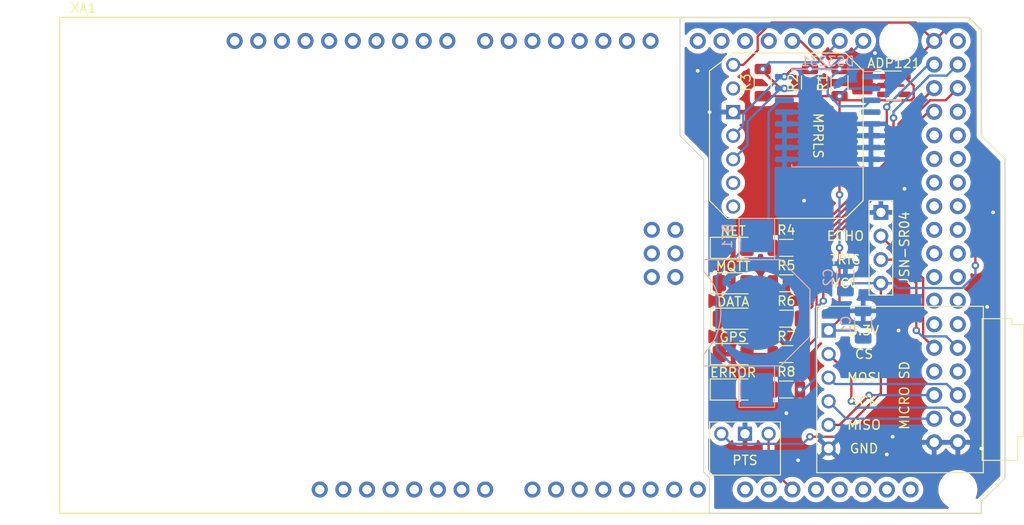
<source format=kicad_pcb>
(kicad_pcb (version 20211014) (generator pcbnew)
  (layers (0 "F.Cu" signal) (31 "B.Cu" signal) (34 "B.Paste" user) (35 "F.Paste" user) (36 "B.SilkS" user "B.Silkscreen") (37 "F.SilkS" user "F.Silkscreen") (38 "B.Mask" user) (39 "F.Mask" user) (44 "Edge.Cuts" user))
  (net 0 "")
  (net 1 "Net-(BT1-Pad1)")
  (net 2 "GND")
  (net 3 "Net-(D1-Pad2)")
  (net 4 "Net-(D2-Pad2)")
  (net 5 "Net-(D3-Pad2)")
  (net 6 "Net-(D4-Pad2)")
  (net 7 "Net-(D5-Pad2)")
  (net 8 "Net-(Micro_SD1-Pad4)")
  (net 9 "Net-(Micro_SD1-Pad3)")
  (net 10 "Net-(Micro_SD1-Pad1)")
  (net 11 "Net-(Micro_SD1-Pad2)")
  (net 12 "Net-(Micro_SD1-Pad5)")
  (net 13 "Net-(U2-Pad3)")
  (net 14 "Net-(R2-Pad2)")
  (net 15 "Net-(R3-Pad2)")
  (net 16 "Net-(R4-Pad1)")
  (net 17 "Net-(R5-Pad1)")
  (net 18 "Net-(R6-Pad1)")
  (net 19 "Net-(R7-Pad1)")
  (net 20 "Net-(R8-Pad1)")
  (net 21 "Net-(U1-Pad1)")
  (net 22 "Net-(U1-Pad3)")
  (net 29 "Net-(Ultrasonic_sensor1-Pad2)")
  (net 30 "Net-(Ultrasonic_sensor1-Pad3)")
  (footprint "Resistor_SMD:R_1206_3216Metric" (layer "F.Cu") (at 175.895 66.04 90)
    (fp_text reference "R2" (at 0 -1.82 90) (layer "F.SilkS"))
    (fp_text value "R")
    (fp_line (start -0.727064 -0.91) (end 0.727064 -0.91) (layer "F.SilkS") (width 0.12))
    (fp_line (start -0.727064 0.91) (end 0.727064 0.91) (layer "F.SilkS") (width 0.12))
    (pad "1" smd roundrect (at -1.4625 0 90) (size 1.125 1.75) (layers "F.Cu" "F.Paste" "F.Mask") (roundrect_rratio 0.2222222222) (net 10 "Net-(Micro_SD1-Pad1)"))
    (pad "2" smd roundrect (at 1.4625 0 90) (size 1.125 1.75) (layers "F.Cu" "F.Paste" "F.Mask") (roundrect_rratio 0.2222222222) (net 14 "Net-(R2-Pad2)"))
  )
  (footprint "LED_SMD:LED_1206_3216Metric_Pad1.42x1.75mm_HandSolder" (layer "F.Cu") (at 167.64 99.06)
    (fp_text reference "ERROR" (at 0 -1.82) (layer "F.SilkS"))
    (fp_text value "LED")
    (fp_line (start -2.46 1.135) (end 1.6 1.135) (layer "F.SilkS") (width 0.12))
    (fp_line (start -2.46 -1.135) (end -2.46 1.135) (layer "F.SilkS") (width 0.12))
    (fp_line (start 1.6 -1.135) (end -2.46 -1.135) (layer "F.SilkS") (width 0.12))
    (pad "1" smd roundrect (at -1.4875 0) (size 1.425 1.75) (layers "F.Cu" "F.Paste" "F.Mask") (roundrect_rratio 0.1754392982) (net 2 "GND"))
    (pad "2" smd roundrect (at 1.4875 0) (size 1.425 1.75) (layers "F.Cu" "F.Paste" "F.Mask") (roundrect_rratio 0.1754392982) (net 7 "Net-(D5-Pad2)"))
  )
  (footprint "dhec:MPRLS" (layer "F.Cu") (at 167.64 71.755 -90)
    (fp_text reference "MPRLS" (at 0 -9.12 -90 unlocked) (layer "F.SilkS"))
    (fp_text value "MPRLS")
    (fp_line (start -8.89 -12.065) (end -6.985 -13.97) (layer "F.SilkS") (width 0.12))
    (fp_line (start 6.985 -13.97) (end 8.89 -12.065) (layer "F.SilkS") (width 0.12))
    (fp_line (start 8.89 0.635) (end 8.89 -12.065) (layer "F.SilkS") (width 0.12))
    (fp_line (start 6.985 -13.97) (end -6.985 -13.97) (layer "F.SilkS") (width 0.12))
    (fp_line (start -6.985 2.54) (end 6.985 2.54) (layer "F.SilkS") (width 0.12))
    (fp_line (start 8.89 0.635) (end 6.985 2.54) (layer "F.SilkS") (width 0.12))
    (fp_line (start -8.89 0) (end -8.89 -12.065) (layer "F.SilkS") (width 0.12))
    (fp_line (start -8.89 0) (end -6.985 2.54) (layer "F.SilkS") (width 0.12))
    (pad "1" thru_hole circle (at -7.62 0 270) (size 1.524 1.524) (drill 1) (layers *.Cu *.Mask) (net 21 "Net-(U1-Pad1)"))
    (pad "2" thru_hole circle (at -5.08 0 270) (size 1.524 1.524) (drill 1) (layers *.Cu *.Mask))
    (pad "3" thru_hole rect (at -2.54 0 270) (size 1.524 1.524) (drill 1) (layers *.Cu *.Mask) (net 2 "GND"))
    (pad "4" thru_hole circle (at 0 0 270) (size 1.524 1.524) (drill 1) (layers *.Cu *.Mask) (net 14 "Net-(R2-Pad2)"))
    (pad "5" thru_hole circle (at 2.54 0 270) (size 1.524 1.524) (drill 1) (layers *.Cu *.Mask) (net 15 "Net-(R3-Pad2)"))
    (pad "6" thru_hole circle (at 5.08 0 270) (size 1.524 1.524) (drill 1) (layers *.Cu *.Mask))
    (pad "7" thru_hole circle (at 7.62 0 270) (size 1.524 1.524) (drill 1) (layers *.Cu *.Mask))
  )
  (footprint "Resistor_SMD:R_1206_3216Metric" (layer "F.Cu") (at 173.355 91.44 180)
    (fp_text reference "R6" (at 0 1.905) (layer "F.SilkS"))
    (fp_text value "R")
    (fp_line (start -0.727064 0.91) (end 0.727064 0.91) (layer "F.SilkS") (width 0.12))
    (fp_line (start -0.727064 -0.91) (end 0.727064 -0.91) (layer "F.SilkS") (width 0.12))
    (pad "1" smd roundrect (at -1.4625 0 180) (size 1.125 1.75) (layers "F.Cu" "F.Paste" "F.Mask") (roundrect_rratio 0.2222222222) (net 18 "Net-(R6-Pad1)"))
    (pad "2" smd roundrect (at 1.4625 0 180) (size 1.125 1.75) (layers "F.Cu" "F.Paste" "F.Mask") (roundrect_rratio 0.2222222222) (net 5 "Net-(D3-Pad2)"))
  )
  (footprint "LED_SMD:LED_1206_3216Metric_Pad1.42x1.75mm_HandSolder" (layer "F.Cu") (at 167.64 83.82)
    (fp_text reference "NET" (at 0 -1.82) (layer "F.SilkS"))
    (fp_text value "LED")
    (fp_line (start -2.46 1.135) (end 1.6 1.135) (layer "F.SilkS") (width 0.12))
    (fp_line (start 1.6 -1.135) (end -2.46 -1.135) (layer "F.SilkS") (width 0.12))
    (fp_line (start -2.46 -1.135) (end -2.46 1.135) (layer "F.SilkS") (width 0.12))
    (pad "1" smd roundrect (at -1.4875 0) (size 1.425 1.75) (layers "F.Cu" "F.Paste" "F.Mask") (roundrect_rratio 0.1754392982) (net 2 "GND"))
    (pad "2" smd roundrect (at 1.4875 0) (size 1.425 1.75) (layers "F.Cu" "F.Paste" "F.Mask") (roundrect_rratio 0.1754392982) (net 3 "Net-(D1-Pad2)"))
  )
  (footprint "ARTS-lab:small_microSD_v2" (layer "F.Cu") (at 174.72 99.695 90)
    (fp_text reference "MICRO SD" (at 0 11.335 90) (layer "F.SilkS"))
    (fp_text value "microSD_small")
    (fp_text user "MISO" (at -3.175 6.985) (layer "F.SilkS"))
    (fp_text user "CS" (at 4.445 6.985) (layer "F.SilkS"))
    (fp_text user "3.3V" (at 6.985 6.985) (layer "F.SilkS"))
    (fp_text user "GND" (at -5.715 6.985) (layer "F.SilkS"))
    (fp_text user "SCK" (at -0.635 6.985) (layer "F.SilkS"))
    (fp_text user "MOSI" (at 1.905 6.985) (layer "F.SilkS"))
    (fp_line (start -8.315 1.905) (end -8.315 19.805) (layer "F.SilkS") (width 0.12))
    (fp_line (start -4.445 24.13) (end -4.445 23.495) (layer "F.SilkS") (width 0.12))
    (fp_line (start 7.62 22.86) (end 7.62 24.13) (layer "F.SilkS") (width 0.12))
    (fp_line (start 8.255 22.86) (end 7.62 22.86) (layer "F.SilkS") (width 0.12))
    (fp_line (start 9.585 1.905) (end 9.585 19.805) (layer "F.SilkS") (width 0.12))
    (fp_line (start 8.255 19.685) (end -6.985 19.685) (layer "F.SilkS") (width 0.12))
    (fp_line (start -4.445 23.495) (end -6.985 23.495) (layer "F.SilkS") (width 0.12))
    (fp_line (start 7.62 24.13) (end -4.445 24.13) (layer "F.SilkS") (width 0.12))
    (fp_line (start -6.985 19.685) (end -6.985 23.495) (layer "F.SilkS") (width 0.12))
    (fp_line (start 9.585 1.905) (end -8.315 1.905) (layer "F.SilkS") (width 0.12))
    (fp_line (start -8.315 19.805) (end 9.585 19.805) (layer "F.SilkS") (width 0.12))
    (fp_line (start 8.255 19.685) (end 8.255 22.86) (layer "F.SilkS") (width 0.12))
    (pad "1" thru_hole rect (at 6.985 3.175 90) (size 1.524 1.524) (drill 1) (layers *.Cu *.Mask) (net 10 "Net-(Micro_SD1-Pad1)"))
    (pad "2" thru_hole circle (at 4.445 3.175 90) (size 1.524 1.524) (drill 1) (layers *.Cu *.Mask) (net 11 "Net-(Micro_SD1-Pad2)"))
    (pad "3" thru_hole circle (at 1.905 3.175 90) (size 1.524 1.524) (drill 1) (layers *.Cu *.Mask) (net 9 "Net-(Micro_SD1-Pad3)"))
    (pad "4" thru_hole circle (at -0.635 3.175 90) (size 1.524 1.524) (drill 1) (layers *.Cu *.Mask) (net 8 "Net-(Micro_SD1-Pad4)"))
    (pad "5" thru_hole circle (at -3.175 3.175 90) (size 1.524 1.524) (drill 1) (layers *.Cu *.Mask) (net 12 "Net-(Micro_SD1-Pad5)"))
    (pad "6" thru_hole circle (at -5.715 3.175 90) (size 1.524 1.524) (drill 1) (layers *.Cu *.Mask) (net 2 "GND"))
  )
  (footprint "LED_SMD:LED_1206_3216Metric_Pad1.42x1.75mm_HandSolder" (layer "F.Cu") (at 167.64 91.44)
    (fp_text reference "DATA" (at 0 -1.82) (layer "F.SilkS"))
    (fp_text value "LED")
    (fp_line (start -2.46 -1.135) (end -2.46 1.135) (layer "F.SilkS") (width 0.12))
    (fp_line (start 1.6 -1.135) (end -2.46 -1.135) (layer "F.SilkS") (width 0.12))
    (fp_line (start -2.46 1.135) (end 1.6 1.135) (layer "F.SilkS") (width 0.12))
    (pad "1" smd roundrect (at -1.4875 0) (size 1.425 1.75) (layers "F.Cu" "F.Paste" "F.Mask") (roundrect_rratio 0.1754392982) (net 2 "GND"))
    (pad "2" smd roundrect (at 1.4875 0) (size 1.425 1.75) (layers "F.Cu" "F.Paste" "F.Mask") (roundrect_rratio 0.1754392982) (net 5 "Net-(D3-Pad2)"))
  )
  (footprint "Resistor_SMD:R_1206_3216Metric" (layer "F.Cu") (at 170.815 66.04 90)
    (fp_text reference "R3" (at 0 -1.82 90) (layer "F.SilkS"))
    (fp_text value "R")
    (fp_line (start -0.727064 -0.91) (end 0.727064 -0.91) (layer "F.SilkS") (width 0.12))
    (fp_line (start -0.727064 0.91) (end 0.727064 0.91) (layer "F.SilkS") (width 0.12))
    (pad "1" smd roundrect (at -1.4625 0 90) (size 1.125 1.75) (layers "F.Cu" "F.Paste" "F.Mask") (roundrect_rratio 0.2222222222) (net 10 "Net-(Micro_SD1-Pad1)"))
    (pad "2" smd roundrect (at 1.4625 0 90) (size 1.125 1.75) (layers "F.Cu" "F.Paste" "F.Mask") (roundrect_rratio 0.2222222222) (net 15 "Net-(R3-Pad2)"))
  )
  (footprint "Resistor_SMD:R_1206_3216Metric" (layer "F.Cu") (at 173.355 95.25 180)
    (fp_text reference "R7" (at 0 1.905) (layer "F.SilkS"))
    (fp_text value "R")
    (fp_line (start -0.727064 0.91) (end 0.727064 0.91) (layer "F.SilkS") (width 0.12))
    (fp_line (start -0.727064 -0.91) (end 0.727064 -0.91) (layer "F.SilkS") (width 0.12))
    (pad "1" smd roundrect (at -1.4625 0 180) (size 1.125 1.75) (layers "F.Cu" "F.Paste" "F.Mask") (roundrect_rratio 0.2222222222) (net 19 "Net-(R7-Pad1)"))
    (pad "2" smd roundrect (at 1.4625 0 180) (size 1.125 1.75) (layers "F.Cu" "F.Paste" "F.Mask") (roundrect_rratio 0.2222222222) (net 6 "Net-(D4-Pad2)"))
  )
  (footprint "Package_TO_SOT_SMD:SOT-23-5" (layer "F.Cu") (at 184.9175 66.355)
    (fp_text reference "ADP121" (at 0 -2.4) (layer "F.SilkS"))
    (fp_text value "TC2014-3.3VxCTTR")
    (fp_line (start 0 -1.56) (end 0.8 -1.56) (layer "F.SilkS") (width 0.12))
    (fp_line (start 0 -1.56) (end -1.8 -1.56) (layer "F.SilkS") (width 0.12))
    (fp_line (start 0 1.56) (end 0.8 1.56) (layer "F.SilkS") (width 0.12))
    (fp_line (start 0 1.56) (end -0.8 1.56) (layer "F.SilkS") (width 0.12))
    (pad "1" smd roundrect (at -1.1375 -0.95) (size 1.325 0.6) (layers "F.Cu" "F.Paste" "F.Mask") (net 21 "Net-(U1-Pad1)"))
    (pad "2" smd roundrect (at -1.1375 0) (size 1.325 0.6) (layers "F.Cu" "F.Paste" "F.Mask") (net 2 "GND"))
    (pad "3" smd roundrect (at -1.1375 0.95) (size 1.325 0.6) (layers "F.Cu" "F.Paste" "F.Mask"))
    (pad "4" smd roundrect (at 1.1375 0.95) (size 1.325 0.6) (layers "F.Cu" "F.Paste" "F.Mask"))
    (pad "5" smd roundrect (at 1.1375 -0.95) (size 1.325 0.6) (layers "F.Cu" "F.Paste" "F.Mask") (net 10 "Net-(Micro_SD1-Pad1)"))
  )
  (footprint "LED_SMD:LED_1206_3216Metric_Pad1.42x1.75mm_HandSolder" (layer "F.Cu") (at 167.64 87.63)
    (fp_text reference "MQTT" (at 0 -1.82) (layer "F.SilkS"))
    (fp_text value "LED")
    (fp_line (start 1.6 -1.135) (end -2.46 -1.135) (layer "F.SilkS") (width 0.12))
    (fp_line (start -2.46 1.135) (end 1.6 1.135) (layer "F.SilkS") (width 0.12))
    (fp_line (start -2.46 -1.135) (end -2.46 1.135) (layer "F.SilkS") (width 0.12))
    (pad "1" smd roundrect (at -1.4875 0) (size 1.425 1.75) (layers "F.Cu" "F.Paste" "F.Mask") (roundrect_rratio 0.1754392982) (net 2 "GND"))
    (pad "2" smd roundrect (at 1.4875 0) (size 1.425 1.75) (layers "F.Cu" "F.Paste" "F.Mask") (roundrect_rratio 0.1754392982) (net 4 "Net-(D2-Pad2)"))
  )
  (footprint "Resistor_SMD:R_1206_3216Metric" (layer "F.Cu") (at 173.355 83.82 180)
    (fp_text reference "R4" (at 0 1.905) (layer "F.SilkS"))
    (fp_text value "R")
    (fp_line (start -0.727064 0.91) (end 0.727064 0.91) (layer "F.SilkS") (width 0.12))
    (fp_line (start -0.727064 -0.91) (end 0.727064 -0.91) (layer "F.SilkS") (width 0.12))
    (pad "1" smd roundrect (at -1.4625 0 180) (size 1.125 1.75) (layers "F.Cu" "F.Paste" "F.Mask") (roundrect_rratio 0.2222222222) (net 16 "Net-(R4-Pad1)"))
    (pad "2" smd roundrect (at 1.4625 0 180) (size 1.125 1.75) (layers "F.Cu" "F.Paste" "F.Mask") (roundrect_rratio 0.2222222222) (net 3 "Net-(D1-Pad2)"))
  )
  (footprint "Arduino_Boards:Arduino_Mega2560_Shield" (layer "F.Cu") (at 95.265 112.359999)
    (fp_text reference "XA1" (at 2.54 -54.356) (layer "F.SilkS"))
    (fp_text value "Arduino_Mega2560_Shield")
    (fp_text user "." (at 62.484 -32.004) (layer "F.SilkS"))
    (fp_line (start 0 -53.34) (end 0 0) (layer "F.SilkS") (width 0.15))
    (fp_line (start 97.536 -53.34) (end 99.06 -51.816) (layer "F.SilkS") (width 0.15))
    (fp_line (start 0 0) (end 99.06 0) (layer "F.SilkS") (width 0.15))
    (fp_line (start 101.6 -3.81) (end 101.6 -38.1) (layer "F.SilkS") (width 0.15))
    (fp_line (start 101.6 -38.1) (end 99.06 -40.64) (layer "F.SilkS") (width 0.15))
    (fp_line (start 0 -53.34) (end 97.536 -53.34) (layer "F.SilkS") (width 0.15))
    (fp_line (start 99.06 0) (end 99.06 -1.27) (layer "F.SilkS") (width 0.15))
    (fp_line (start 99.06 -40.64) (end 99.06 -51.816) (layer "F.SilkS") (width 0.15))
    (fp_line (start 99.06 -1.27) (end 101.6 -3.81) (layer "F.SilkS") (width 0.15))
    (pad "" np_thru_hole circle locked (at 96.52 -2.54) (size 3.2 3.2) (drill 3.2) (layers *.Cu *.Mask))
    (pad "" np_thru_hole circle locked (at 13.97 -2.54) (size 3.2 3.2) (drill 3.2) (layers *.Cu *.Mask))
    (pad "" np_thru_hole circle locked (at 66.04 -7.62) (size 3.2 3.2) (drill 3.2) (layers *.Cu *.Mask))
    (pad "" np_thru_hole circle locked (at 66.04 -35.56) (size 3.2 3.2) (drill 3.2) (layers *.Cu *.Mask))
    (pad "" thru_hole oval locked (at 27.94 -2.54) (size 1.7272 1.7272) (drill 1.016) (layers *.Cu *.Mask))
    (pad "" np_thru_hole circle locked (at 15.24 -50.8) (size 3.2 3.2) (drill 3.2) (layers *.Cu *.Mask))
    (pad "" np_thru_hole circle locked (at 90.17 -50.8) (size 3.2 3.2) (drill 3.2) (layers *.Cu *.Mask))
    (pad "3V3" thru_hole oval locked (at 35.56 -2.54) (size 1.7272 1.7272) (drill 1.016) (layers *.Cu *.Mask))
    (pad "5V1" thru_hole oval locked (at 38.1 -2.54) (size 1.7272 1.7272) (drill 1.016) (layers *.Cu *.Mask))
    (pad "5V2" thru_hole oval locked (at 66.167 -30.48) (size 1.7272 1.7272) (drill 1.016) (layers *.Cu *.Mask))
    (pad "5V3" thru_hole oval locked (at 93.98 -50.8) (size 1.7272 1.7272) (drill 1.016) (layers *.Cu *.Mask) (net 21 "Net-(U1-Pad1)"))
    (pad "5V4" thru_hole oval locked (at 96.52 -50.8) (size 1.7272 1.7272) (drill 1.016) (layers *.Cu *.Mask))
    (pad "A0" thru_hole oval locked (at 50.8 -2.54) (size 1.7272 1.7272) (drill 1.016) (layers *.Cu *.Mask))
    (pad "A1" thru_hole oval locked (at 53.34 -2.54) (size 1.7272 1.7272) (drill 1.016) (layers *.Cu *.Mask))
    (pad "A2" thru_hole oval locked (at 55.88 -2.54) (size 1.7272 1.7272) (drill 1.016) (layers *.Cu *.Mask))
    (pad "A3" thru_hole oval locked (at 58.42 -2.54) (size 1.7272 1.7272) (drill 1.016) (layers *.Cu *.Mask))
    (pad "A4" thru_hole oval locked (at 60.96 -2.54) (size 1.7272 1.7272) (drill 1.016) (layers *.Cu *.Mask))
    (pad "A5" thru_hole oval locked (at 63.5 -2.54) (size 1.7272 1.7272) (drill 1.016) (layers *.Cu *.Mask))
    (pad "A6" thru_hole oval locked (at 66.04 -2.54) (size 1.7272 1.7272) (drill 1.016) (layers *.Cu *.Mask))
    (pad "A7" thru_hole oval locked (at 68.58 -2.54) (size 1.7272 1.7272) (drill 1.016) (layers *.Cu *.Mask))
    (pad "A8" thru_hole oval locked (at 73.66 -2.54) (size 1.7272 1.7272) (drill 1.016) (layers *.Cu *.Mask))
    (pad "A9" thru_hole oval locked (at 76.2 -2.54) (size 1.7272 1.7272) (drill 1.016) (layers *.Cu *.Mask))
    (pad "A10" thru_hole oval locked (at 78.74 -2.54) (size 1.7272 1.7272) (drill 1.016) (layers *.Cu *.Mask) (net 22 "Net-(U1-Pad3)"))
    (pad "A11" thru_hole oval locked (at 81.28 -2.54) (size 1.7272 1.7272) (drill 1.016) (layers *.Cu *.Mask))
    (pad "A12" thru_hole oval locked (at 83.82 -2.54) (size 1.7272 1.7272) (drill 1.016) (layers *.Cu *.Mask))
    (pad "A13" thru_hole oval locked (at 86.36 -2.54) (size 1.7272 1.7272) (drill 1.016) (layers *.Cu *.Mask))
    (pad "A14" thru_hole oval locked (at 88.9 -2.54) (size 1.7272 1.7272) (drill 1.016) (layers *.Cu *.Mask))
    (pad "A15" thru_hole oval locked (at 91.44 -2.54) (size 1.7272 1.7272) (drill 1.016) (layers *.Cu *.Mask))
    (pad "AREF" thru_hole oval locked (at 23.876 -50.8) (size 1.7272 1.7272) (drill 1.016) (layers *.Cu *.Mask))
    (pad "D0" thru_hole oval locked (at 63.5 -50.8) (size 1.7272 1.7272) (drill 1.016) (layers *.Cu *.Mask))
    (pad "D1" thru_hole oval locked (at 60.96 -50.8) (size 1.7272 1.7272) (drill 1.016) (layers *.Cu *.Mask))
    (pad "D2" thru_hole oval locked (at 58.42 -50.8) (size 1.7272 1.7272) (drill 1.016) (layers *.Cu *.Mask))
    (pad "D3" thru_hole oval locked (at 55.88 -50.8) (size 1.7272 1.7272) (drill 1.016) (layers *.Cu *.Mask))
    (pad "D4" thru_hole oval locked (at 53.34 -50.8) (size 1.7272 1.7272) (drill 1.016) (layers *.Cu *.Mask))
    (pad "D5" thru_hole oval locked (at 50.8 -50.8) (size 1.7272 1.7272) (drill 1.016) (layers *.Cu *.Mask))
    (pad "D6" thru_hole oval locked (at 48.26 -50.8) (size 1.7272 1.7272) (drill 1.016) (layers *.Cu *.Mask))
    (pad "D7" thru_hole oval locked (at 45.72 -50.8) (size 1.7272 1.7272) (drill 1.016) (layers *.Cu *.Mask))
    (pad "D8" thru_hole oval locked (at 41.656 -50.8) (size 1.7272 1.7272) (drill 1.016) (layers *.Cu *.Mask))
    (pad "D9" thru_hole oval locked (at 39.116 -50.8) (size 1.7272 1.7272) (drill 1.016) (layers *.Cu *.Mask))
    (pad "D10" thru_hole oval locked (at 36.576 -50.8) (size 1.7272 1.7272) (drill 1.016) (layers *.Cu *.Mask))
    (pad "D11" thru_hole oval locked (at 34.036 -50.8) (size 1.7272 1.7272) (drill 1.016) (layers *.Cu *.Mask))
    (pad "D12" thru_hole oval locked (at 31.496 -50.8) (size 1.7272 1.7272) (drill 1.016) (layers *.Cu *.Mask))
    (pad "D13" thru_hole oval locked (at 28.956 -50.8) (size 1.7272 1.7272) (drill 1.016) (layers *.Cu *.Mask))
    (pad "D14" thru_hole oval locked (at 68.58 -50.8) (size 1.7272 1.7272) (drill 1.016) (layers *.Cu *.Mask))
    (pad "D15" thru_hole oval locked (at 71.12 -50.8) (size 1.7272 1.7272) (drill 1.016) (layers *.Cu *.Mask))
    (pad "D16" thru_hole oval locked (at 73.66 -50.8) (size 1.7272 1.7272) (drill 1.016) (layers *.Cu *.Mask))
    (pad "D17" thru_hole oval locked (at 76.2 -50.8) (size 1.7272 1.7272) (drill 1.016) (layers *.Cu *.Mask))
    (pad "D18" thru_hole oval locked (at 78.74 -50.8) (size 1.7272 1.7272) (drill 1.016) (layers *.Cu *.Mask) (net 13 "Net-(U2-Pad3)"))
    (pad "D19" thru_hole oval locked (at 81.28 -50.8) (size 1.7272 1.7272) (drill 1.016) (layers *.Cu *.Mask))
    (pad "D20" thru_hole oval locked (at 83.82 -50.8) (size 1.7272 1.7272) (drill 1.016) (layers *.Cu *.Mask) (net 15 "Net-(R3-Pad2)"))
    (pad "D21" thru_hole oval locked (at 86.36 -50.8) (size 1.7272 1.7272) (drill 1.016) (layers *.Cu *.Mask) (net 14 "Net-(R2-Pad2)"))
    (pad "D22" thru_hole oval locked (at 93.98 -48.26) (size 1.7272 1.7272) (drill 1.016) (layers *.Cu *.Mask) (net 16 "Net-(R4-Pad1)"))
    (pad "D23" thru_hole oval locked (at 96.52 -48.26) (size 1.7272 1.7272) (drill 1.016) (layers *.Cu *.Mask) (net 17 "Net-(R5-Pad1)"))
    (pad "D24" thru_hole oval locked (at 93.98 -45.72) (size 1.7272 1.7272) (drill 1.016) (layers *.Cu *.Mask) (net 18 "Net-(R6-Pad1)"))
    (pad "D25" thru_hole oval locked (at 96.52 -45.72) (size 1.7272 1.7272) (drill 1.016) (layers *.Cu *.Mask) (net 19 "Net-(R7-Pad1)"))
    (pad "D26" thru_hole oval locked (at 93.98 -43.18) (size 1.7272 1.7272) (drill 1.016) (layers *.Cu *.Mask) (net 20 "Net-(R8-Pad1)"))
    (pad "D27" thru_hole oval locked (at 96.52 -43.18) (size 1.7272 1.7272) (drill 1.016) (layers *.Cu *.Mask))
    (pad "D28" thru_hole oval locked (at 93.98 -40.64) (size 1.7272 1.7272) (drill 1.016) (layers *.Cu *.Mask))
    (pad "D29" thru_hole oval locked (at 96.52 -40.64) (size 1.7272 1.7272) (drill 1.016) (layers *.Cu *.Mask))
    (pad "D30" thru_hole oval locked (at 93.98 -38.1) (size 1.7272 1.7272) (drill 1.016) (layers *.Cu *.Mask))
    (pad "D31" thru_hole oval locked (at 96.52 -38.1) (size 1.7272 1.7272) (drill 1.016) (layers *.Cu *.Mask))
    (pad "D32" thru_hole oval locked (at 93.98 -35.56) (size 1.7272 1.7272) (drill 1.016) (layers *.Cu *.Mask))
    (pad "D33" thru_hole oval locked (at 96.52 -35.56) (size 1.7272 1.7272) (drill 1.016) (layers *.Cu *.Mask))
    (pad "D34" thru_hole oval locked (at 93.98 -33.02) (size 1.7272 1.7272) (drill 1.016) (layers *.Cu *.Mask))
    (pad "D35" thru_hole oval locked (at 96.52 -33.02) (size 1.7272 1.7272) (drill 1.016) (layers *.Cu *.Mask))
    (pad "D36" thru_hole oval locked (at 93.98 -30.48) (size 1.7272 1.7272) (drill 1.016) (layers *.Cu *.Mask))
    (pad "D37" thru_hole oval locked (at 96.52 -30.48) (size 1.7272 1.7272) (drill 1.016) (layers *.Cu *.Mask))
    (pad "D38" thru_hole oval locked (at 93.98 -27.94) (size 1.7272 1.7272) (drill 1.016) (layers *.Cu *.Mask))
    (pad "D39" thru_hole oval locked (at 96.52 -27.94) (size 1.7272 1.7272) (drill 1.016) (layers *.Cu *.Mask))
    (pad "D40" thru_hole oval locked (at 93.98 -25.4) (size 1.7272 1.7272) (drill 1.016) (layers *.Cu *.Mask))
    (pad "D41" thru_hole oval locked (at 96.52 -25.4) (size 1.7272 1.7272) (drill 1.016) (layers *.Cu *.Mask))
    (pad "D42" thru_hole oval locked (at 93.98 -22.86) (size 1.7272 1.7272) (drill 1.016) (layers *.Cu *.Mask))
    (pad "D43" thru_hole oval locked (at 96.52 -22.86) (size 1.7272 1.7272) (drill 1.016) (layers *.Cu *.Mask))
    (pad "D44" thru_hole oval locked (at 93.98 -20.32) (size 1.7272 1.7272) (drill 1.016) (layers *.Cu *.Mask))
    (pad "D45" thru_hole oval locked (at 96.52 -20.32) (size 1.7272 1.7272) (drill 1.016) (layers *.Cu *.Mask))
    (pad "D46" thru_hole oval locked (at 93.98 -17.78) (size 1.7272 1.7272) (drill 1.016) (layers *.Cu *.Mask) (net 29 "Net-(Ultrasonic_sensor1-Pad2)"))
    (pad "D47" thru_hole oval locked (at 96.52 -17.78) (size 1.7272 1.7272) (drill 1.016) (layers *.Cu *.Mask) (net 30 "Net-(Ultrasonic_sensor1-Pad3)"))
    (pad "D48" thru_hole oval locked (at 93.98 -15.24) (size 1.7272 1.7272) (drill 1.016) (layers *.Cu *.Mask))
    (pad "D49" thru_hole oval locked (at 96.52 -15.24) (size 1.7272 1.7272) (drill 1.016) (layers *.Cu *.Mask))
    (pad "D50" thru_hole oval locked (at 93.98 -12.7) (size 1.7272 1.7272) (drill 1.016) (layers *.Cu *.Mask) (net 12 "Net-(Micro_SD1-Pad5)"))
    (pad "D51" thru_hole oval locked (at 96.52 -12.7) (size 1.7272 1.7272) (drill 1.016) (layers *.Cu *.Mask) (net 9 "Net-(Micro_SD1-Pad3)"))
    (pad "D52" thru_hole oval locked (at 93.98 -10.16) (size 1.7272 1.7272) (drill 1.016) (layers *.Cu *.Mask) (net 8 "Net-(Micro_SD1-Pad4)"))
    (pad "D53" thru_hole oval locked (at 96.52 -10.16) (size 1.7272 1.7272) (drill 1.016) (layers *.Cu *.Mask) (net 11 "Net-(Micro_SD1-Pad2)"))
    (pad "GND1" thru_hole oval locked (at 26.416 -50.8) (size 1.7272 1.7272) (drill 1.016) (layers *.Cu *.Mask))
    (pad "GND2" thru_hole oval locked (at 40.64 -2.54) (size 1.7272 1.7272) (drill 1.016) (layers *.Cu *.Mask))
    (pad "GND3" thru_hole oval locked (at 43.18 -2.54) (size 1.7272 1.7272) (drill 1.016) (layers *.Cu *.Mask))
    (pad "GND4" thru_hole oval locked (at 66.167 -25.4) (size 1.7272 1.7272) (drill 1.016) (layers *.Cu *.Mask))
    (pad "GND5" thru_hole oval locked (at 93.98 -7.62) (size 1.7272 1.7272) (drill 1.016) (layers *.Cu *.Mask) (net 2 "GND"))
    (pad "GND6" thru_hole oval locked (at 96.52 -7.62) (size 1.7272 1.7272) (drill 1.016) (layers *.Cu *.Mask) (net 2 "GND"))
    (pad "IORF" thru_hole oval locked (at 30.48 -2.54) (size 1.7272 1.7272) (drill 1.016) (layers *.Cu *.Mask))
    (pad "MISO" thru_hole oval locked (at 63.627 -30.48) (size 1.7272 1.7272) (drill 1.016) (layers *.Cu *.Mask))
    (pad "MOSI" thru_hole oval locked (at 66.167 -27.94) (size 1.7272 1.7272) (drill 1.016) (layers *.Cu *.Mask))
    (pad "RST1" thru_hole oval locked (at 33.02 -2.54) (size 1.7272 1.7272) (drill 1.016) (layers *.Cu *.Mask))
    (pad "RST2" thru_hole oval locked (at 63.627 -25.4) (size 1.7272 1.7272) (drill 1.016) (layers *.Cu *.Mask))
    (pad "SCK" thru_hole oval locked (at 63.627 -27.94) (size 1.7272 1.7272) (drill 1.016) (layers *.Cu *.Mask))
    (pad "SCL" thru_hole oval locked (at 18.796 -50.8) (size 1.7272 1.7272) (drill 1.016) (layers *.Cu *.Mask))
    (pad "SDA" thru_hole oval locked (at 21.336 -50.8) (size 1.7272 1.7272) (drill 1.016) (layers *.Cu *.Mask))
    (pad "VIN" thru_hole oval locked (at 45.72 -2.54) (size 1.7272 1.7272) (drill 1.016) (layers *.Cu *.Mask))
  )
  (footprint "Resistor_SMD:R_1206_3216Metric" (layer "F.Cu") (at 173.355 87.63 180)
    (fp_text reference "R5" (at 0 1.905) (layer "F.SilkS"))
    (fp_text value "R")
    (fp_line (start -0.727064 -0.91) (end 0.727064 -0.91) (layer "F.SilkS") (width 0.12))
    (fp_line (start -0.727064 0.91) (end 0.727064 0.91) (layer "F.SilkS") (width 0.12))
    (pad "1" smd roundrect (at -1.4625 0 180) (size 1.125 1.75) (layers "F.Cu" "F.Paste" "F.Mask") (roundrect_rratio 0.2222222222) (net 17 "Net-(R5-Pad1)"))
    (pad "2" smd roundrect (at 1.4625 0 180) (size 1.125 1.75) (layers "F.Cu" "F.Paste" "F.Mask") (roundrect_rratio 0.2222222222) (net 4 "Net-(D2-Pad2)"))
  )
  (footprint "Resistor_SMD:R_1206_3216Metric" (layer "F.Cu") (at 173.355 99.06 180)
    (fp_text reference "R8" (at 0 1.905) (layer "F.SilkS"))
    (fp_text value "R")
    (fp_line (start -0.727064 0.91) (end 0.727064 0.91) (layer "F.SilkS") (width 0.12))
    (fp_line (start -0.727064 -0.91) (end 0.727064 -0.91) (layer "F.SilkS") (width 0.12))
    (pad "1" smd roundrect (at -1.4625 0 180) (size 1.125 1.75) (layers "F.Cu" "F.Paste" "F.Mask") (roundrect_rratio 0.2222222222) (net 20 "Net-(R8-Pad1)"))
    (pad "2" smd roundrect (at 1.4625 0 180) (size 1.125 1.75) (layers "F.Cu" "F.Paste" "F.Mask") (roundrect_rratio 0.2222222222) (net 7 "Net-(D5-Pad2)"))
  )
  (footprint "Resistor_SMD:R_1206_3216Metric" (layer "F.Cu") (at 179.07 66.04 90)
    (fp_text reference "R1" (at 0 -1.82 90) (layer "F.SilkS"))
    (fp_text value "R")
    (fp_line (start -0.727064 0.91) (end 0.727064 0.91) (layer "F.SilkS") (width 0.12))
    (fp_line (start -0.727064 -0.91) (end 0.727064 -0.91) (layer "F.SilkS") (width 0.12))
    (pad "1" smd roundrect (at -1.4625 0 90) (size 1.125 1.75) (layers "F.Cu" "F.Paste" "F.Mask") (roundrect_rratio 0.2222222222) (net 10 "Net-(Micro_SD1-Pad1)"))
    (pad "2" smd roundrect (at 1.4625 0 90) (size 1.125 1.75) (layers "F.Cu" "F.Paste" "F.Mask") (roundrect_rratio 0.2222222222) (net 13 "Net-(U2-Pad3)"))
  )
  (footprint "LED_SMD:LED_1206_3216Metric_Pad1.42x1.75mm_HandSolder" (layer "F.Cu") (at 167.64 95.25)
    (fp_text reference "GPS" (at 0 -1.82) (layer "F.SilkS"))
    (fp_text value "LED")
    (fp_line (start 1.6 -1.135) (end -2.46 -1.135) (layer "F.SilkS") (width 0.12))
    (fp_line (start -2.46 1.135) (end 1.6 1.135) (layer "F.SilkS") (width 0.12))
    (fp_line (start -2.46 -1.135) (end -2.46 1.135) (layer "F.SilkS") (width 0.12))
    (pad "1" smd roundrect (at -1.4875 0) (size 1.425 1.75) (layers "F.Cu" "F.Paste" "F.Mask") (roundrect_rratio 0.1754392982) (net 2 "GND"))
    (pad "2" smd roundrect (at 1.4875 0) (size 1.425 1.75) (layers "F.Cu" "F.Paste" "F.Mask") (roundrect_rratio 0.1754392982) (net 6 "Net-(D4-Pad2)"))
  )
  (footprint "ARTS-lab:HCSR04" (layer "F.Cu") (at 182.245 83.82 90)
    (fp_text reference "JSN-SR04" (at 0 3.81 90) (layer "F.SilkS"))
    (fp_text value "HCSR04")
    (fp_text user "VCC" (at -3.81 -2.54) (layer "F.SilkS"))
    (fp_text user "TRIG" (at -1.27 -2.54) (layer "F.SilkS"))
    (fp_text user "ECHO" (at 1.27 -2.54) (layer "F.SilkS"))
    (fp_line (start -5.08 0) (end 1.27 0) (layer "F.SilkS") (width 0.12))
    (fp_line (start -5.08 2.54) (end -5.08 0) (layer "F.SilkS") (width 0.12))
    (fp_line (start 5.08 0) (end 5.08 2.54) (layer "F.SilkS") (width 0.12))
    (fp_line (start -5.08 2.54) (end 5.08 2.54) (layer "F.SilkS") (width 0.12))
    (fp_line (start 1.27 0) (end 5.08 0) (layer "F.SilkS") (width 0.12))
    (pad "1" thru_hole rect locked (at 3.81 1.27 90) (size 1.6 1.6) (drill 1) (layers *.Cu *.Mask) (net 2 "GND"))
    (pad "2" thru_hole circle locked (at 1.27 1.27 90) (size 1.6 1.6) (drill 1) (layers *.Cu *.Mask) (net 29 "Net-(Ultrasonic_sensor1-Pad2)"))
    (pad "3" thru_hole circle locked (at -1.27 1.27 90) (size 1.6 1.6) (drill 1) (layers *.Cu *.Mask) (net 30 "Net-(Ultrasonic_sensor1-Pad3)"))
    (pad "4" thru_hole circle locked (at -3.81 1.27 90) (size 1.6 1.6) (drill 1) (layers *.Cu *.Mask) (net 21 "Net-(U1-Pad1)"))
  )
  (footprint "dhec:pressure_sensor" (layer "F.Cu") (at 168.91 103.8225)
    (fp_text reference "PTS" (at 0 2.8575 unlocked) (layer "F.SilkS"))
    (fp_text value "Pressure_transducer" hide)
    (fp_rect (start -3.81 -1.27) (end 3.81 4.445) (layer "F.SilkS") (width 0.12) (fill none))
    (pad "1" thru_hole circle (at -2.54 0) (size 1.524 1.524) (drill 1) (layers *.Cu *.Mask) (net 21 "Net-(U1-Pad1)"))
    (pad "2" thru_hole rect (at 0 0) (size 1.524 1.524) (drill 1) (layers *.Cu *.Mask) (net 2 "GND"))
    (pad "3" thru_hole circle (at 2.54 0) (size 1.524 1.524) (drill 1) (layers *.Cu *.Mask) (net 22 "Net-(U1-Pad3)"))
  )
  (footprint "Capacitor_SMD:C_1206_3216Metric" (layer "B.Cu") (at 181.61 92.075 -90)
    (fp_text reference "C1" (at 0 1.85 90) (layer "B.SilkS") (effects (justify mirror)))
    (fp_text value "C")
    (fp_line (start -0.711252 0.91) (end 0.711252 0.91) (layer "B.SilkS") (width 0.12))
    (fp_line (start -0.711252 -0.91) (end 0.711252 -0.91) (layer "B.SilkS") (width 0.12))
    (pad "1" smd roundrect (at -1.475 0 270) (size 1.15 1.8) (layers "B.Cu" "B.Paste" "B.Mask") (roundrect_rratio 0.2173913043) (net 2 "GND"))
    (pad "2" smd roundrect (at 1.475 0 270) (size 1.15 1.8) (layers "B.Cu" "B.Paste" "B.Mask") (roundrect_rratio 0.2173913043) (net 10 "Net-(Micro_SD1-Pad1)"))
  )
  (footprint "Package_SO:SOIC-16W_7.5x10.3mm_P1.27mm" (layer "B.Cu") (at 177.8 69.85 180)
    (fp_text reference "DS3231" (at 0 6.1) (layer "B.SilkS") (effects (justify mirror)))
    (fp_text value "DS3231M")
    (fp_line (start 0 5.26) (end 3.86 5.26) (layer "B.SilkS") (width 0.12))
    (fp_line (start -3.86 5.26) (end -3.86 5.005) (layer "B.SilkS") (width 0.12))
    (fp_line (start -3.86 -5.26) (end -3.86 -5.005) (layer "B.SilkS") (width 0.12))
    (fp_line (start 0 -5.26) (end 3.86 -5.26) (layer "B.SilkS") (width 0.12))
    (fp_line (start 0 -5.26) (end -3.86 -5.26) (layer "B.SilkS") (width 0.12))
    (fp_line (start -3.86 5.005) (end -5.675 5.005) (layer "B.SilkS") (width 0.12))
    (fp_line (start 0 5.26) (end -3.86 5.26) (layer "B.SilkS") (width 0.12))
    (fp_line (start 3.86 -5.26) (end 3.86 -5.005) (layer "B.SilkS") (width 0.12))
    (fp_line (start 3.86 5.26) (end 3.86 5.005) (layer "B.SilkS") (width 0.12))
    (pad "1" smd roundrect (at -4.65 4.445 180) (size 2.05 0.6) (layers "B.Cu" "B.Paste" "B.Mask"))
    (pad "2" smd roundrect (at -4.65 3.175 180) (size 2.05 0.6) (layers "B.Cu" "B.Paste" "B.Mask") (net 10 "Net-(Micro_SD1-Pad1)"))
    (pad "3" smd roundrect (at -4.65 1.905 180) (size 2.05 0.6) (layers "B.Cu" "B.Paste" "B.Mask") (net 13 "Net-(U2-Pad3)"))
    (pad "4" smd roundrect (at -4.65 0.635 180) (size 2.05 0.6) (layers "B.Cu" "B.Paste" "B.Mask"))
    (pad "5" smd roundrect (at -4.65 -0.635 180) (size 2.05 0.6) (layers "B.Cu" "B.Paste" "B.Mask") (net 2 "GND"))
    (pad "6" smd roundrect (at -4.65 -1.905 180) (size 2.05 0.6) (layers "B.Cu" "B.Paste" "B.Mask") (net 2 "GND"))
    (pad "7" smd roundrect (at -4.65 -3.175 180) (size 2.05 0.6) (layers "B.Cu" "B.Paste" "B.Mask") (net 2 "GND"))
    (pad "8" smd roundrect (at -4.65 -4.445 180) (size 2.05 0.6) (layers "B.Cu" "B.Paste" "B.Mask") (net 2 "GND"))
    (pad "9" smd roundrect (at 4.65 -4.445 180) (size 2.05 0.6) (layers "B.Cu" "B.Paste" "B.Mask") (net 2 "GND"))
    (pad "10" smd roundrect (at 4.65 -3.175 180) (size 2.05 0.6) (layers "B.Cu" "B.Paste" "B.Mask") (net 2 "GND"))
    (pad "11" smd roundrect (at 4.65 -1.905 180) (size 2.05 0.6) (layers "B.Cu" "B.Paste" "B.Mask") (net 2 "GND"))
    (pad "12" smd roundrect (at 4.65 -0.635 180) (size 2.05 0.6) (layers "B.Cu" "B.Paste" "B.Mask") (net 2 "GND"))
    (pad "13" smd roundrect (at 4.65 0.635 180) (size 2.05 0.6) (layers "B.Cu" "B.Paste" "B.Mask") (net 2 "GND"))
    (pad "14" smd roundrect (at 4.65 1.905 180) (size 2.05 0.6) (layers "B.Cu" "B.Paste" "B.Mask") (net 1 "Net-(BT1-Pad1)"))
    (pad "15" smd roundrect (at 4.65 3.175 180) (size 2.05 0.6) (layers "B.Cu" "B.Paste" "B.Mask") (net 15 "Net-(R3-Pad2)"))
    (pad "16" smd roundrect (at 4.65 4.445 180) (size 2.05 0.6) (layers "B.Cu" "B.Paste" "B.Mask") (net 14 "Net-(R2-Pad2)"))
  )
  (footprint "Capacitor_SMD:C_1206_3216Metric" (layer "B.Cu") (at 179.705 86.995 -90)
    (fp_text reference "C2" (at 0 1.85 90) (layer "B.SilkS") (effects (justify mirror)))
    (fp_text value "C")
    (fp_line (start -0.711252 0.91) (end 0.711252 0.91) (layer "B.SilkS") (width 0.12))
    (fp_line (start -0.711252 -0.91) (end 0.711252 -0.91) (layer "B.SilkS") (width 0.12))
    (pad "1" smd roundrect (at -1.475 0 270) (size 1.15 1.8) (layers "B.Cu" "B.Paste" "B.Mask") (roundrect_rratio 0.2173913043) (net 2 "GND"))
    (pad "2" smd roundrect (at 1.475 0 270) (size 1.15 1.8) (layers "B.Cu" "B.Paste" "B.Mask") (roundrect_rratio 0.2173913043) (net 21 "Net-(U1-Pad1)"))
  )
  (footprint "ARTS-lab:battery_holder_10mm" (layer "B.Cu") (at 170.18 90.805 -90)
    (fp_text reference "BT1" (at -8.255 3.175 90) (layer "B.SilkS") (effects (justify mirror)))
    (fp_text value "Battery_Cell")
    (fp_line (start -2.54 -5.715) (end -5.715 -2.54) (layer "B.SilkS") (width 0.12))
    (fp_line (start 0 -5.715) (end -2.54 -5.715) (layer "B.SilkS") (width 0.12))
    (fp_line (start 5.715 5.715) (end 4.445 5.715) (layer "B.SilkS") (width 0.12))
    (fp_line (start 9.525 1.905) (end 10.16 1.905) (layer "B.SilkS") (width 0.12))
    (fp_line (start 5.715 1.905) (end 9.525 1.905) (layer "B.SilkS") (width 0.12))
    (fp_line (start -9.525 1.905) (end -10.16 1.905) (layer "B.SilkS") (width 0.12))
    (fp_line (start -5.715 0) (end -5.715 5.715) (layer "B.SilkS") (width 0.12))
    (fp_line (start 10.16 -1.905) (end 9.525 -1.905) (layer "B.SilkS") (width 0.12))
    (fp_line (start -2.54 -5.715) (end 2.54 -5.715) (layer "B.SilkS") (width 0.12))
    (fp_line (start -10.16 -1.905) (end -9.525 -1.905) (layer "B.SilkS") (width 0.12))
    (fp_line (start -9.525 -1.905) (end -5.715 -1.905) (layer "B.SilkS") (width 0.12))
    (fp_line (start 9.525 -1.905) (end 5.715 -1.905) (layer "B.SilkS") (width 0.12))
    (fp_line (start 10.16 1.905) (end 10.16 -1.905) (layer "B.SilkS") (width 0.12))
    (fp_line (start -5.715 1.905) (end -9.525 1.905) (layer "B.SilkS") (width 0.12))
    (fp_line (start -5.715 5.715) (end -4.445 5.715) (layer "B.SilkS") (width 0.12))
    (fp_line (start 5.715 5.715) (end 5.715 -2.54) (layer "B.SilkS") (width 0.12))
    (fp_line (start -5.715 0) (end -5.715 -2.54) (layer "B.SilkS") (width 0.12))
    (fp_line (start 2.54 -5.715) (end 5.715 -2.54) (layer "B.SilkS") (width 0.12))
    (fp_line (start -10.16 1.905) (end -10.16 -1.905) (layer "B.SilkS") (width 0.12))
    (fp_arc (start -4.444999 5.715001) (mid 0 3.873822) (end 4.444999 5.715001) (layer "B.SilkS") (width 0.12))
    (pad "1" smd rect locked (at 8.255 0) (size 3.5 3.5) (layers "B.Cu" "B.Mask") (net 1 "Net-(BT1-Pad1)"))
    (pad "1" smd rect locked (at -8.255 0) (size 3.5 3.5) (layers "B.Cu" "B.Mask") (net 1 "Net-(BT1-Pad1)"))
    (pad "2" smd circle locked (at 0 0) (size 8 8) (layers "B.Cu" "B.Mask") (net 2 "GND"))
  )
  (gr_line (start 161.925 59.055) (end 161.925 71.755) (layer "Edge.Cuts") (width 0.1))
  (gr_line (start 194.31 60.325) (end 193.04 59.055) (layer "Edge.Cuts") (width 0.1))
  (gr_line (start 164.465 107.95) (end 165.1 108.585) (layer "Edge.Cuts") (width 0.1))
  (gr_line (start 164.465 74.295) (end 164.465 107.95) (layer "Edge.Cuts") (width 0.1))
  (gr_line (start 165.1 108.585) (end 165.1 109.22) (layer "Edge.Cuts") (width 0.1))
  (gr_line (start 163.83 73.66) (end 164.465 74.295) (layer "Edge.Cuts") (width 0.1))
  (gr_line (start 194.31 111.125) (end 196.85 108.585) (layer "Edge.Cuts") (width 0.1))
  (gr_line (start 165.1 109.22) (end 165.1 112.395) (layer "Edge.Cuts") (width 0.1))
  (gr_line (start 194.31 112.395) (end 194.31 111.125) (layer "Edge.Cuts") (width 0.1))
  (gr_line (start 165.1 112.395) (end 194.31 112.395) (layer "Edge.Cuts") (width 0.1))
  (gr_line (start 196.85 108.585) (end 196.85 74.295) (layer "Edge.Cuts") (width 0.1))
  (gr_line (start 194.31 71.755) (end 194.31 60.325) (layer "Edge.Cuts") (width 0.1))
  (gr_line (start 193.04 59.055) (end 161.925 59.055) (layer "Edge.Cuts") (width 0.1))
  (gr_line (start 196.85 74.295) (end 194.31 71.755) (layer "Edge.Cuts") (width 0.1))
  (gr_line (start 161.925 71.755) (end 163.83 73.66) (layer "Edge.Cuts") (width 0.1))
  (segment (start 165.855489 94.735489) (end 165.855489 86.874511) (width 0.25) (layer "B.Cu") (net 1))
  (segment (start 170.18 99.06) (end 165.855489 94.735489) (width 0.25) (layer "B.Cu") (net 1))
  (segment (start 171.45 69.215) (end 172.72 67.945) (width 0.25) (layer "B.Cu") (net 1))
  (segment (start 171.45 81.28) (end 171.45 69.215) (width 0.25) (layer "B.Cu") (net 1))
  (segment (start 170.18 82.55) (end 171.45 81.28) (width 0.25) (layer "B.Cu") (net 1))
  (segment (start 165.855489 86.874511) (end 170.18 82.55) (width 0.25) (layer "B.Cu") (net 1))
  (segment (start 172.72 67.945) (end 173.15 67.945) (width 0.25) (layer "B.Cu") (net 1))
  (via (at 182.88 62.865) (size 0.8) (drill 0.4) (layers "F.Cu" "B.Cu") (net 2))
  (via (at 186.055 77.47) (size 0.8) (drill 0.4) (layers "F.Cu" "B.Cu") (net 2))
  (via (at 174.625 106.68) (size 0.8) (drill 0.4) (layers "F.Cu" "B.Cu") (net 2))
  (via (at 175.26 78.74) (size 0.8) (drill 0.4) (layers "F.Cu" "B.Cu") (net 2))
  (via (at 194.945 90.17) (size 0.8) (drill 0.4) (layers "F.Cu" "B.Cu") (net 2))
  (via (at 185.42 92.71) (size 0.8) (drill 0.4) (layers "F.Cu" "B.Cu") (net 2))
  (via (at 195.58 80.01) (size 0.8) (drill 0.4) (layers "F.Cu" "B.Cu") (net 2))
  (via (at 173.355 101.6) (size 0.8) (drill 0.4) (layers "F.Cu" "B.Cu") (net 2))
  (via (at 163.83 64.77) (size 0.8) (drill 0.4) (layers "F.Cu" "B.Cu") (net 2))
  (via (at 165.1 69.215) (size 0.8) (drill 0.4) (layers "F.Cu" "B.Cu") (net 2))
  (via (at 184.785 104.14) (size 0.8) (drill 0.4) (layers "F.Cu" "B.Cu") (net 2))
  (via (at 194.31 105.41) (size 0.8) (drill 0.4) (layers "F.Cu" "B.Cu") (net 2))
  (via (at 184.15 106.045) (size 0.8) (drill 0.4) (layers "F.Cu" "B.Cu") (net 2))
  (segment (start 169.1275 83.82) (end 171.8925 83.82) (width 0.25) (layer "F.Cu") (net 3))
  (segment (start 169.1275 87.63) (end 171.8925 87.63) (width 0.25) (layer "F.Cu") (net 4))
  (segment (start 169.1275 91.44) (end 171.8925 91.44) (width 0.25) (layer "F.Cu") (net 5))
  (segment (start 169.1275 95.25) (end 171.8925 95.25) (width 0.25) (layer "F.Cu") (net 6))
  (segment (start 169.1275 99.06) (end 171.8925 99.06) (width 0.25) (layer "F.Cu") (net 7))
  (segment (start 189.245 102.199999) (end 179.764999 102.199999) (width 0.25) (layer "B.Cu") (net 8))
  (segment (start 179.764999 102.199999) (end 177.895 100.33) (width 0.25) (layer "B.Cu") (net 8))
  (segment (start 178.576888 98.471888) (end 177.895 97.79) (width 0.25) (layer "B.Cu") (net 9))
  (segment (start 190.596889 98.471888) (end 178.576888 98.471888) (width 0.25) (layer "B.Cu") (net 9))
  (segment (start 191.785 99.659999) (end 190.596889 98.471888) (width 0.25) (layer "B.Cu") (net 9))
  (segment (start 187.04202 67.651552) (end 186.748572 67.945) (width 0.25) (layer "F.Cu") (net 10))
  (segment (start 179.07 67.5025) (end 179.07 78.105) (width 0.25) (layer "F.Cu") (net 10))
  (segment (start 179.07 91.535) (end 177.895 92.71) (width 0.25) (layer "F.Cu") (net 10))
  (segment (start 179.5125 67.945) (end 179.07 67.5025) (width 0.25) (layer "F.Cu") (net 10))
  (segment (start 170.815 67.5025) (end 175.895 67.5025) (width 0.25) (layer "F.Cu") (net 10))
  (segment (start 186.055 65.405) (end 187.04202 66.39202) (width 0.25) (layer "F.Cu") (net 10))
  (segment (start 179.07 67.5025) (end 175.895 67.5025) (width 0.25) (layer "F.Cu") (net 10))
  (segment (start 187.04202 66.39202) (end 187.04202 67.651552) (width 0.25) (layer "F.Cu") (net 10))
  (segment (start 179.07 83.82) (end 179.07 91.535) (width 0.25) (layer "F.Cu") (net 10))
  (segment (start 186.748572 67.945) (end 179.5125 67.945) (width 0.25) (layer "F.Cu") (net 10))
  (via (at 179.07 83.82) (size 0.8) (drill 0.4) (layers "F.Cu" "B.Cu") (net 10))
  (via (at 179.07 78.105) (size 0.8) (drill 0.4) (layers "F.Cu" "B.Cu") (net 10))
  (via (at 179.07 67.5025) (size 0.8) (drill 0.4) (layers "F.Cu" "B.Cu") (net 10))
  (segment (start 179.8975 66.675) (end 179.07 67.5025) (width 0.25) (layer "B.Cu") (net 10))
  (segment (start 180.77 92.71) (end 177.895 92.71) (width 0.25) (layer "B.Cu") (net 10))
  (segment (start 181.61 93.55) (end 180.77 92.71) (width 0.25) (layer "B.Cu") (net 10))
  (segment (start 182.45 66.675) (end 179.8975 66.675) (width 0.25) (layer "B.Cu") (net 10))
  (segment (start 179.07 78.105) (end 179.07 83.82) (width 0.25) (layer "B.Cu") (net 10))
  (segment (start 180.34 97.695) (end 177.895 95.25) (width 0.25) (layer "F.Cu") (net 11))
  (segment (start 180.34 100.33) (end 180.34 97.695) (width 0.25) (layer "F.Cu") (net 11))
  (via (at 180.34 100.33) (size 0.8) (drill 0.4) (layers "F.Cu" "B.Cu") (net 11))
  (segment (start 191.785 102.199999) (end 190.596889 101.011888) (width 0.25) (layer "B.Cu") (net 11))
  (segment (start 190.596889 101.011888) (end 181.021888 101.011888) (width 0.25) (layer "B.Cu") (net 11))
  (segment (start 181.021888 101.011888) (end 180.34 100.33) (width 0.25) (layer "B.Cu") (net 11))
  (segment (start 182.245 99.695) (end 179.07 102.87) (width 0.25) (layer "F.Cu") (net 12))
  (segment (start 179.07 102.87) (end 177.895 102.87) (width 0.25) (layer "F.Cu") (net 12))
  (via (at 182.245 99.695) (size 0.8) (drill 0.4) (layers "F.Cu" "B.Cu") (net 12))
  (segment (start 189.245 99.659999) (end 182.280001 99.659999) (width 0.25) (layer "B.Cu") (net 12))
  (segment (start 182.280001 99.659999) (end 182.245 99.695) (width 0.25) (layer "B.Cu") (net 12))
  (segment (start 177.882257 64.5775) (end 174.864756 61.559999) (width 0.25) (layer "F.Cu") (net 13))
  (segment (start 179.07 64.5775) (end 177.882257 64.5775) (width 0.25) (layer "F.Cu") (net 13))
  (segment (start 174.864756 61.559999) (end 174.005 61.559999) (width 0.25) (layer "F.Cu") (net 13))
  (via (at 179.07 64.5775) (size 0.8) (drill 0.4) (layers "F.Cu" "B.Cu") (net 13))
  (segment (start 181.815 68.58) (end 179.122886 68.58) (width 0.25) (layer "B.Cu") (net 13))
  (segment (start 177.8 67.257114) (end 177.8 65.8475) (width 0.25) (layer "B.Cu") (net 13))
  (segment (start 182.45 67.945) (end 181.815 68.58) (width 0.25) (layer "B.Cu") (net 13))
  (segment (start 179.122886 68.58) (end 177.8 67.257114) (width 0.25) (layer "B.Cu") (net 13))
  (segment (start 177.8 65.8475) (end 179.07 64.5775) (width 0.25) (layer "B.Cu") (net 13))
  (segment (start 173.9775 64.5775) (end 173.15 65.405) (width 0.25) (layer "F.Cu") (net 14))
  (segment (start 175.895 64.5775) (end 173.9775 64.5775) (width 0.25) (layer "F.Cu") (net 14))
  (via (at 173.15 65.405) (size 0.8) (drill 0.4) (layers "F.Cu" "B.Cu") (net 14))
  (via (at 175.895 64.5775) (size 0.8) (drill 0.4) (layers "F.Cu" "B.Cu") (net 14))
  (segment (start 180.436889 62.74811) (end 179.82189 62.74811) (width 0.25) (layer "B.Cu") (net 14))
  (segment (start 173.15 65.405) (end 172.723928 65.405) (width 0.25) (layer "B.Cu") (net 14))
  (segment (start 179.82189 62.74811) (end 177.9925 64.5775) (width 0.25) (layer "B.Cu") (net 14))
  (segment (start 168.726511 69.402417) (end 168.726511 70.668489) (width 0.25) (layer "B.Cu") (net 14))
  (segment (start 177.9925 64.5775) (end 175.895 64.5775) (width 0.25) (layer "B.Cu") (net 14))
  (segment (start 168.726511 70.668489) (end 167.64 71.755) (width 0.25) (layer "B.Cu") (net 14))
  (segment (start 181.625 61.559999) (end 180.436889 62.74811) (width 0.25) (layer "B.Cu") (net 14))
  (segment (start 172.723928 65.405) (end 168.726511 69.402417) (width 0.25) (layer "B.Cu") (net 14))
  (segment (start 170.815 64.5775) (end 170.815 64.77) (width 0.25) (layer "F.Cu") (net 15))
  (segment (start 170.815 64.77) (end 172.72 66.675) (width 0.25) (layer "F.Cu") (net 15))
  (segment (start 172.72 66.675) (end 173.15 66.675) (width 0.25) (layer "F.Cu") (net 15))
  (via (at 170.815 64.5775) (size 0.8) (drill 0.4) (layers "F.Cu" "B.Cu") (net 15))
  (via (at 173.15 66.675) (size 0.8) (drill 0.4) (layers "F.Cu" "B.Cu") (net 15))
  (segment (start 179.085 61.559999) (end 176.79201 63.852989) (width 0.25) (layer "B.Cu") (net 15))
  (segment (start 173.15 66.675) (end 172.723928 66.675) (width 0.25) (layer "B.Cu") (net 15))
  (segment (start 176.79201 63.852989) (end 171.539511 63.852989) (width 0.25) (layer "B.Cu") (net 15))
  (segment (start 172.723928 66.675) (end 169.176031 70.222897) (width 0.25) (layer "B.Cu") (net 15))
  (segment (start 171.539511 63.852989) (end 170.815 64.5775) (width 0.25) (layer "B.Cu") (net 15))
  (segment (start 169.176031 70.222897) (end 169.176031 72.758969) (width 0.25) (layer "B.Cu") (net 15))
  (segment (start 169.176031 72.758969) (end 167.64 74.295) (width 0.25) (layer "B.Cu") (net 15))
  (segment (start 174.8175 83.82) (end 184.15 74.4875) (width 0.25) (layer "F.Cu") (net 16))
  (segment (start 184.15 74.4875) (end 184.15 68.6695) (width 0.25) (layer "F.Cu") (net 16))
  (via (at 184.15 68.6695) (size 0.8) (drill 0.4) (layers "F.Cu" "B.Cu") (net 16))
  (segment (start 184.15 68.6695) (end 184.15 68.58) (width 0.25) (layer "B.Cu") (net 16))
  (segment (start 184.15 68.58) (end 188.630001 64.099999) (width 0.25) (layer "B.Cu") (net 16))
  (segment (start 188.630001 64.099999) (end 189.245 64.099999) (width 0.25) (layer "B.Cu") (net 16))
  (segment (start 175.70452 83.568698) (end 184.8745 74.398718) (width 0.25) (layer "F.Cu") (net 17))
  (segment (start 175.70452 86.74298) (end 175.70452 83.568698) (width 0.25) (layer "F.Cu") (net 17))
  (segment (start 174.8175 87.63) (end 175.70452 86.74298) (width 0.25) (layer "F.Cu") (net 17))
  (segment (start 184.8745 74.398718) (end 184.8745 69.85) (width 0.25) (layer "F.Cu") (net 17))
  (via (at 184.8745 69.85) (size 0.8) (drill 0.4) (layers "F.Cu" "B.Cu") (net 17))
  (segment (start 184.8745 69.85) (end 184.8745 69.166477) (width 0.25) (layer "B.Cu") (net 17))
  (segment (start 190.596889 65.28811) (end 191.785 64.099999) (width 0.25) (layer "B.Cu") (net 17))
  (segment (start 184.8745 69.166477) (end 188.752867 65.28811) (width 0.25) (layer "B.Cu") (net 17))
  (segment (start 188.752867 65.28811) (end 190.596889 65.28811) (width 0.25) (layer "B.Cu") (net 17))
  (segment (start 185.42 74.488936) (end 185.42 70.464999) (width 0.25) (layer "F.Cu") (net 18))
  (segment (start 174.8175 91.44) (end 176.15404 90.10346) (width 0.25) (layer "F.Cu") (net 18))
  (segment (start 176.15404 83.754896) (end 185.42 74.488936) (width 0.25) (layer "F.Cu") (net 18))
  (segment (start 185.42 70.464999) (end 189.245 66.639999) (width 0.25) (layer "F.Cu") (net 18))
  (segment (start 176.15404 90.10346) (end 176.15404 83.754896) (width 0.25) (layer "F.Cu") (net 18))
  (segment (start 185.86952 70.875235) (end 188.799755 67.945) (width 0.25) (layer "F.Cu") (net 19))
  (segment (start 188.799755 67.945) (end 190.479999 67.945) (width 0.25) (layer "F.Cu") (net 19))
  (segment (start 190.479999 67.945) (end 191.785 66.639999) (width 0.25) (layer "F.Cu") (net 19))
  (segment (start 185.86952 74.675133) (end 185.86952 70.875235) (width 0.25) (layer "F.Cu") (net 19))
  (segment (start 176.60356 93.46394) (end 176.60356 83.941094) (width 0.25) (layer "F.Cu") (net 19))
  (segment (start 176.60356 83.941094) (end 185.86952 74.675133) (width 0.25) (layer "F.Cu") (net 19))
  (segment (start 174.8175 95.25) (end 176.60356 93.46394) (width 0.25) (layer "F.Cu") (net 19))
  (segment (start 189.245 69.179999) (end 188.630001 69.179999) (width 0.25) (layer "F.Cu") (net 20))
  (segment (start 186.31904 74.295) (end 186.31904 74.86133) (width 0.25) (layer "F.Cu") (net 20))
  (segment (start 185.200185 75.980185) (end 177.32806 83.85231) (width 0.25) (layer "F.Cu") (net 20))
  (segment (start 186.31904 71.49096) (end 186.31904 74.295) (width 0.25) (layer "F.Cu") (net 20))
  (segment (start 177.32806 83.85231) (end 177.32806 89.535) (width 0.25) (layer "F.Cu") (net 20))
  (segment (start 188.630001 69.179999) (end 187.96 69.85) (width 0.25) (layer "F.Cu") (net 20))
  (segment (start 186.31904 74.86133) (end 185.200185 75.980185) (width 0.25) (layer "F.Cu") (net 20))
  (segment (start 187.96 69.85) (end 186.31904 71.49096) (width 0.25) (layer "F.Cu") (net 20))
  (via (at 174.8175 99.06) (size 0.8) (drill 0.4) (layers "F.Cu" "B.Cu") (net 20))
  (via (at 177.32806 89.535) (size 0.8) (drill 0.4) (layers "F.Cu" "B.Cu") (net 20))
  (segment (start 176.53 97.79) (end 175.26 99.06) (width 0.25) (layer "B.Cu") (net 20))
  (segment (start 176.53 90.33306) (end 176.53 97.79) (width 0.25) (layer "B.Cu") (net 20))
  (segment (start 175.26 99.06) (end 174.8175 99.06) (width 0.25) (layer "B.Cu") (net 20))
  (segment (start 177.32806 89.535) (end 176.53 90.33306) (width 0.25) (layer "B.Cu") (net 20))
  (segment (start 167.64 64.135) (end 168.71763 64.135) (width 0.25) (layer "F.Cu") (net 21))
  (segment (start 178.824614 104.14) (end 175.895 104.14) (width 0.25) (layer "F.Cu") (net 21))
  (segment (start 193.675 62.23) (end 193.675 85.725) (width 0.25) (layer "F.Cu") (net 21))
  (segment (start 191.114999 59.69) (end 192.405 59.69) (width 0.25) (layer "F.Cu") (net 21))
  (segment (start 170.276889 62.575741) (end 170.276889 61.067866) (width 0.25) (layer "F.Cu") (net 21))
  (segment (start 171.759277 59.585478) (end 187.270479 59.585478) (width 0.25) (layer "F.Cu") (net 21))
  (segment (start 183.515 99.449614) (end 178.824614 104.14) (width 0.25) (layer "F.Cu") (net 21))
  (segment (start 183.515 87.63) (end 183.515 99.449614) (width 0.25) (layer "F.Cu") (net 21))
  (segment (start 189.245 61.559999) (end 191.114999 59.69) (width 0.25) (layer "F.Cu") (net 21))
  (segment (start 184.40452 64.78048) (end 183.78 65.405) (width 0.25) (layer "F.Cu") (net 21))
  (segment (start 170.276889 61.067866) (end 171.759277 59.585478) (width 0.25) (layer "F.Cu") (net 21))
  (segment (start 193.675 60.96) (end 193.675 62.23) (width 0.25) (layer "F.Cu") (net 21))
  (segment (start 168.71763 64.135) (end 170.276889 62.575741) (width 0.25) (layer "F.Cu") (net 21))
  (segment (start 189.245 61.559999) (end 186.024519 64.78048) (width 0.25) (layer "F.Cu") (net 21))
  (segment (start 192.405 59.69) (end 193.675 60.96) (width 0.25) (layer "F.Cu") (net 21))
  (segment (start 186.024519 64.78048) (end 184.40452 64.78048) (width 0.25) (layer "F.Cu") (net 21))
  (segment (start 187.270479 59.585478) (end 189.245 61.559999) (width 0.25) (layer "F.Cu") (net 21))
  (via (at 193.675 85.725) (size 0.8) (drill 0.4) (layers "F.Cu" "B.Cu") (net 21))
  (via (at 175.895 104.14) (size 0.8) (drill 0.4) (layers "F.Cu" "B.Cu") (net 21))
  (segment (start 193.675 85.725) (end 193.675 86.750243) (width 0.25) (layer "B.Cu") (net 21))
  (segment (start 192.277133 88.14811) (end 185.30311 88.14811) (width 0.25) (layer "B.Cu") (net 21))
  (segment (start 167.456511 104.909011) (end 166.37 103.8225) (width 0.25) (layer "B.Cu") (net 21))
  (segment (start 175.125989 104.909011) (end 167.456511 104.909011) (width 0.25) (layer "B.Cu") (net 21))
  (segment (start 184.785 87.63) (end 183.515 87.63) (width 0.25) (layer "B.Cu") (net 21))
  (segment (start 185.30311 88.14811) (end 184.785 87.63) (width 0.25) (layer "B.Cu") (net 21))
  (segment (start 179.705 88.47) (end 180.545 87.63) (width 0.25) (layer "B.Cu") (net 21))
  (segment (start 175.895 104.14) (end 175.125989 104.909011) (width 0.25) (layer "B.Cu") (net 21))
  (segment (start 193.675 86.750243) (end 192.277133 88.14811) (width 0.25) (layer "B.Cu") (net 21))
  (segment (start 180.545 87.63) (end 183.515 87.63) (width 0.25) (layer "B.Cu") (net 21))
  (segment (start 171.45 107.264999) (end 174.005 109.819999) (width 0.25) (layer "F.Cu") (net 22))
  (segment (start 171.45 103.8225) (end 171.45 107.264999) (width 0.25) (layer "F.Cu") (net 22))
  (segment (start 188.056889 93.391888) (end 189.245 94.579999) (width 0.25) (layer "F.Cu") (net 29))
  (segment (start 183.515 82.55) (end 188.056889 87.091889) (width 0.25) (layer "F.Cu") (net 29))
  (segment (start 188.056889 87.091889) (end 188.056889 93.391888) (width 0.25) (layer "F.Cu") (net 29))
  (segment (start 187.325 92.71) (end 187.325 87.63) (width 0.25) (layer "F.Cu") (net 30))
  (segment (start 187.325 87.63) (end 184.785 85.09) (width 0.25) (layer "F.Cu") (net 30))
  (segment (start 184.785 85.09) (end 183.515 85.09) (width 0.25) (layer "F.Cu") (net 30))
  (via (at 187.325 92.71) (size 0.8) (drill 0.4) (layers "F.Cu" "B.Cu") (net 30))
  (segment (start 187.96 93.345) (end 187.325 92.71) (width 0.25) (layer "B.Cu") (net 30))
  (segment (start 191.785 94.579999) (end 190.550001 93.345) (width 0.25) (layer "B.Cu") (net 30))
  (segment (start 190.550001 93.345) (end 187.96 93.345) (width 0.25) (layer "B.Cu") (net 30))
  (zone (net 2) (net_name "GND") (layer "F.Cu") (connect_pads (clearance 0.508)) (min_thickness 0.254) (fill yes (thermal_gap 0.508) (thermal_bridge_width 0.508))
    (polygon (pts (xy 197.485 113.665) (xy 160.655 113.665) (xy 160.655 57.785) (xy 197.485 57.785)))
  )
  (zone (net 2) (net_name "GND") (layer "B.Cu") (connect_pads (clearance 0.508)) (min_thickness 0.254) (fill yes (thermal_gap 0.508) (thermal_bridge_width 0.508))
    (polygon (pts (xy 197.485 113.665) (xy 160.655 113.665) (xy 160.655 57.785) (xy 197.485 57.785)))
  )
)
</source>
